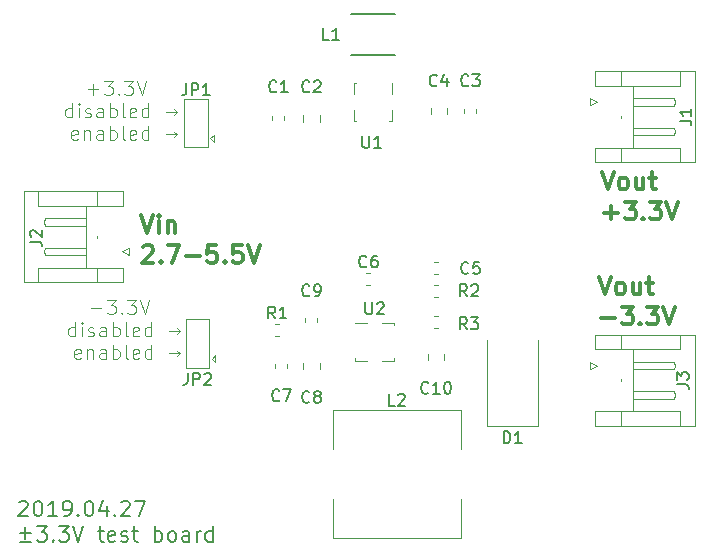
<source format=gto>
G04 #@! TF.GenerationSoftware,KiCad,Pcbnew,(5.0.0)*
G04 #@! TF.CreationDate,2019-04-27T15:16:20+09:00*
G04 #@! TF.ProjectId,Power_supply_circuit,506F7765725F737570706C795F636972,rev?*
G04 #@! TF.SameCoordinates,Original*
G04 #@! TF.FileFunction,Legend,Top*
G04 #@! TF.FilePolarity,Positive*
%FSLAX46Y46*%
G04 Gerber Fmt 4.6, Leading zero omitted, Abs format (unit mm)*
G04 Created by KiCad (PCBNEW (5.0.0)) date 04/27/19 15:16:20*
%MOMM*%
%LPD*%
G01*
G04 APERTURE LIST*
%ADD10C,0.200000*%
%ADD11C,0.100000*%
%ADD12C,0.300000*%
%ADD13C,0.120000*%
%ADD14C,0.150000*%
G04 APERTURE END LIST*
D10*
X56257619Y-112636904D02*
X56319523Y-112575000D01*
X56443333Y-112513095D01*
X56752857Y-112513095D01*
X56876666Y-112575000D01*
X56938571Y-112636904D01*
X57000476Y-112760714D01*
X57000476Y-112884523D01*
X56938571Y-113070238D01*
X56195714Y-113813095D01*
X57000476Y-113813095D01*
X57805238Y-112513095D02*
X57929047Y-112513095D01*
X58052857Y-112575000D01*
X58114761Y-112636904D01*
X58176666Y-112760714D01*
X58238571Y-113008333D01*
X58238571Y-113317857D01*
X58176666Y-113565476D01*
X58114761Y-113689285D01*
X58052857Y-113751190D01*
X57929047Y-113813095D01*
X57805238Y-113813095D01*
X57681428Y-113751190D01*
X57619523Y-113689285D01*
X57557619Y-113565476D01*
X57495714Y-113317857D01*
X57495714Y-113008333D01*
X57557619Y-112760714D01*
X57619523Y-112636904D01*
X57681428Y-112575000D01*
X57805238Y-112513095D01*
X59476666Y-113813095D02*
X58733809Y-113813095D01*
X59105238Y-113813095D02*
X59105238Y-112513095D01*
X58981428Y-112698809D01*
X58857619Y-112822619D01*
X58733809Y-112884523D01*
X60095714Y-113813095D02*
X60343333Y-113813095D01*
X60467142Y-113751190D01*
X60529047Y-113689285D01*
X60652857Y-113503571D01*
X60714761Y-113255952D01*
X60714761Y-112760714D01*
X60652857Y-112636904D01*
X60590952Y-112575000D01*
X60467142Y-112513095D01*
X60219523Y-112513095D01*
X60095714Y-112575000D01*
X60033809Y-112636904D01*
X59971904Y-112760714D01*
X59971904Y-113070238D01*
X60033809Y-113194047D01*
X60095714Y-113255952D01*
X60219523Y-113317857D01*
X60467142Y-113317857D01*
X60590952Y-113255952D01*
X60652857Y-113194047D01*
X60714761Y-113070238D01*
X61271904Y-113689285D02*
X61333809Y-113751190D01*
X61271904Y-113813095D01*
X61210000Y-113751190D01*
X61271904Y-113689285D01*
X61271904Y-113813095D01*
X62138571Y-112513095D02*
X62262380Y-112513095D01*
X62386190Y-112575000D01*
X62448095Y-112636904D01*
X62510000Y-112760714D01*
X62571904Y-113008333D01*
X62571904Y-113317857D01*
X62510000Y-113565476D01*
X62448095Y-113689285D01*
X62386190Y-113751190D01*
X62262380Y-113813095D01*
X62138571Y-113813095D01*
X62014761Y-113751190D01*
X61952857Y-113689285D01*
X61890952Y-113565476D01*
X61829047Y-113317857D01*
X61829047Y-113008333D01*
X61890952Y-112760714D01*
X61952857Y-112636904D01*
X62014761Y-112575000D01*
X62138571Y-112513095D01*
X63686190Y-112946428D02*
X63686190Y-113813095D01*
X63376666Y-112451190D02*
X63067142Y-113379761D01*
X63871904Y-113379761D01*
X64367142Y-113689285D02*
X64429047Y-113751190D01*
X64367142Y-113813095D01*
X64305238Y-113751190D01*
X64367142Y-113689285D01*
X64367142Y-113813095D01*
X64924285Y-112636904D02*
X64986190Y-112575000D01*
X65110000Y-112513095D01*
X65419523Y-112513095D01*
X65543333Y-112575000D01*
X65605238Y-112636904D01*
X65667142Y-112760714D01*
X65667142Y-112884523D01*
X65605238Y-113070238D01*
X64862380Y-113813095D01*
X65667142Y-113813095D01*
X66100476Y-112513095D02*
X66967142Y-112513095D01*
X66410000Y-113813095D01*
X56319523Y-115220238D02*
X57310000Y-115220238D01*
X56814761Y-115715476D02*
X56814761Y-114725000D01*
X57310000Y-115963095D02*
X56319523Y-115963095D01*
X57805238Y-114663095D02*
X58610000Y-114663095D01*
X58176666Y-115158333D01*
X58362380Y-115158333D01*
X58486190Y-115220238D01*
X58548095Y-115282142D01*
X58610000Y-115405952D01*
X58610000Y-115715476D01*
X58548095Y-115839285D01*
X58486190Y-115901190D01*
X58362380Y-115963095D01*
X57990952Y-115963095D01*
X57867142Y-115901190D01*
X57805238Y-115839285D01*
X59167142Y-115839285D02*
X59229047Y-115901190D01*
X59167142Y-115963095D01*
X59105238Y-115901190D01*
X59167142Y-115839285D01*
X59167142Y-115963095D01*
X59662380Y-114663095D02*
X60467142Y-114663095D01*
X60033809Y-115158333D01*
X60219523Y-115158333D01*
X60343333Y-115220238D01*
X60405238Y-115282142D01*
X60467142Y-115405952D01*
X60467142Y-115715476D01*
X60405238Y-115839285D01*
X60343333Y-115901190D01*
X60219523Y-115963095D01*
X59848095Y-115963095D01*
X59724285Y-115901190D01*
X59662380Y-115839285D01*
X60838571Y-114663095D02*
X61271904Y-115963095D01*
X61705238Y-114663095D01*
X62943333Y-115096428D02*
X63438571Y-115096428D01*
X63129047Y-114663095D02*
X63129047Y-115777380D01*
X63190952Y-115901190D01*
X63314761Y-115963095D01*
X63438571Y-115963095D01*
X64367142Y-115901190D02*
X64243333Y-115963095D01*
X63995714Y-115963095D01*
X63871904Y-115901190D01*
X63810000Y-115777380D01*
X63810000Y-115282142D01*
X63871904Y-115158333D01*
X63995714Y-115096428D01*
X64243333Y-115096428D01*
X64367142Y-115158333D01*
X64429047Y-115282142D01*
X64429047Y-115405952D01*
X63810000Y-115529761D01*
X64924285Y-115901190D02*
X65048095Y-115963095D01*
X65295714Y-115963095D01*
X65419523Y-115901190D01*
X65481428Y-115777380D01*
X65481428Y-115715476D01*
X65419523Y-115591666D01*
X65295714Y-115529761D01*
X65110000Y-115529761D01*
X64986190Y-115467857D01*
X64924285Y-115344047D01*
X64924285Y-115282142D01*
X64986190Y-115158333D01*
X65110000Y-115096428D01*
X65295714Y-115096428D01*
X65419523Y-115158333D01*
X65852857Y-115096428D02*
X66348095Y-115096428D01*
X66038571Y-114663095D02*
X66038571Y-115777380D01*
X66100476Y-115901190D01*
X66224285Y-115963095D01*
X66348095Y-115963095D01*
X67771904Y-115963095D02*
X67771904Y-114663095D01*
X67771904Y-115158333D02*
X67895714Y-115096428D01*
X68143333Y-115096428D01*
X68267142Y-115158333D01*
X68329047Y-115220238D01*
X68390952Y-115344047D01*
X68390952Y-115715476D01*
X68329047Y-115839285D01*
X68267142Y-115901190D01*
X68143333Y-115963095D01*
X67895714Y-115963095D01*
X67771904Y-115901190D01*
X69133809Y-115963095D02*
X69010000Y-115901190D01*
X68948095Y-115839285D01*
X68886190Y-115715476D01*
X68886190Y-115344047D01*
X68948095Y-115220238D01*
X69010000Y-115158333D01*
X69133809Y-115096428D01*
X69319523Y-115096428D01*
X69443333Y-115158333D01*
X69505238Y-115220238D01*
X69567142Y-115344047D01*
X69567142Y-115715476D01*
X69505238Y-115839285D01*
X69443333Y-115901190D01*
X69319523Y-115963095D01*
X69133809Y-115963095D01*
X70681428Y-115963095D02*
X70681428Y-115282142D01*
X70619523Y-115158333D01*
X70495714Y-115096428D01*
X70248095Y-115096428D01*
X70124285Y-115158333D01*
X70681428Y-115901190D02*
X70557619Y-115963095D01*
X70248095Y-115963095D01*
X70124285Y-115901190D01*
X70062380Y-115777380D01*
X70062380Y-115653571D01*
X70124285Y-115529761D01*
X70248095Y-115467857D01*
X70557619Y-115467857D01*
X70681428Y-115405952D01*
X71300476Y-115963095D02*
X71300476Y-115096428D01*
X71300476Y-115344047D02*
X71362380Y-115220238D01*
X71424285Y-115158333D01*
X71548095Y-115096428D01*
X71671904Y-115096428D01*
X72662380Y-115963095D02*
X72662380Y-114663095D01*
X72662380Y-115901190D02*
X72538571Y-115963095D01*
X72290952Y-115963095D01*
X72167142Y-115901190D01*
X72105238Y-115839285D01*
X72043333Y-115715476D01*
X72043333Y-115344047D01*
X72105238Y-115220238D01*
X72167142Y-115158333D01*
X72290952Y-115096428D01*
X72538571Y-115096428D01*
X72662380Y-115158333D01*
D11*
X62337428Y-96229714D02*
X63251714Y-96229714D01*
X63708857Y-95486857D02*
X64451714Y-95486857D01*
X64051714Y-95944000D01*
X64223142Y-95944000D01*
X64337428Y-96001142D01*
X64394571Y-96058285D01*
X64451714Y-96172571D01*
X64451714Y-96458285D01*
X64394571Y-96572571D01*
X64337428Y-96629714D01*
X64223142Y-96686857D01*
X63880285Y-96686857D01*
X63766000Y-96629714D01*
X63708857Y-96572571D01*
X64966000Y-96572571D02*
X65023142Y-96629714D01*
X64966000Y-96686857D01*
X64908857Y-96629714D01*
X64966000Y-96572571D01*
X64966000Y-96686857D01*
X65423142Y-95486857D02*
X66166000Y-95486857D01*
X65766000Y-95944000D01*
X65937428Y-95944000D01*
X66051714Y-96001142D01*
X66108857Y-96058285D01*
X66166000Y-96172571D01*
X66166000Y-96458285D01*
X66108857Y-96572571D01*
X66051714Y-96629714D01*
X65937428Y-96686857D01*
X65594571Y-96686857D01*
X65480285Y-96629714D01*
X65423142Y-96572571D01*
X66508857Y-95486857D02*
X66908857Y-96686857D01*
X67308857Y-95486857D01*
X61023142Y-98586857D02*
X61023142Y-97386857D01*
X61023142Y-98529714D02*
X60908857Y-98586857D01*
X60680285Y-98586857D01*
X60566000Y-98529714D01*
X60508857Y-98472571D01*
X60451714Y-98358285D01*
X60451714Y-98015428D01*
X60508857Y-97901142D01*
X60566000Y-97844000D01*
X60680285Y-97786857D01*
X60908857Y-97786857D01*
X61023142Y-97844000D01*
X61594571Y-98586857D02*
X61594571Y-97786857D01*
X61594571Y-97386857D02*
X61537428Y-97444000D01*
X61594571Y-97501142D01*
X61651714Y-97444000D01*
X61594571Y-97386857D01*
X61594571Y-97501142D01*
X62108857Y-98529714D02*
X62223142Y-98586857D01*
X62451714Y-98586857D01*
X62566000Y-98529714D01*
X62623142Y-98415428D01*
X62623142Y-98358285D01*
X62566000Y-98244000D01*
X62451714Y-98186857D01*
X62280285Y-98186857D01*
X62166000Y-98129714D01*
X62108857Y-98015428D01*
X62108857Y-97958285D01*
X62166000Y-97844000D01*
X62280285Y-97786857D01*
X62451714Y-97786857D01*
X62566000Y-97844000D01*
X63651714Y-98586857D02*
X63651714Y-97958285D01*
X63594571Y-97844000D01*
X63480285Y-97786857D01*
X63251714Y-97786857D01*
X63137428Y-97844000D01*
X63651714Y-98529714D02*
X63537428Y-98586857D01*
X63251714Y-98586857D01*
X63137428Y-98529714D01*
X63080285Y-98415428D01*
X63080285Y-98301142D01*
X63137428Y-98186857D01*
X63251714Y-98129714D01*
X63537428Y-98129714D01*
X63651714Y-98072571D01*
X64223142Y-98586857D02*
X64223142Y-97386857D01*
X64223142Y-97844000D02*
X64337428Y-97786857D01*
X64566000Y-97786857D01*
X64680285Y-97844000D01*
X64737428Y-97901142D01*
X64794571Y-98015428D01*
X64794571Y-98358285D01*
X64737428Y-98472571D01*
X64680285Y-98529714D01*
X64566000Y-98586857D01*
X64337428Y-98586857D01*
X64223142Y-98529714D01*
X65480285Y-98586857D02*
X65366000Y-98529714D01*
X65308857Y-98415428D01*
X65308857Y-97386857D01*
X66394571Y-98529714D02*
X66280285Y-98586857D01*
X66051714Y-98586857D01*
X65937428Y-98529714D01*
X65880285Y-98415428D01*
X65880285Y-97958285D01*
X65937428Y-97844000D01*
X66051714Y-97786857D01*
X66280285Y-97786857D01*
X66394571Y-97844000D01*
X66451714Y-97958285D01*
X66451714Y-98072571D01*
X65880285Y-98186857D01*
X67480285Y-98586857D02*
X67480285Y-97386857D01*
X67480285Y-98529714D02*
X67366000Y-98586857D01*
X67137428Y-98586857D01*
X67023142Y-98529714D01*
X66966000Y-98472571D01*
X66908857Y-98358285D01*
X66908857Y-98015428D01*
X66966000Y-97901142D01*
X67023142Y-97844000D01*
X67137428Y-97786857D01*
X67366000Y-97786857D01*
X67480285Y-97844000D01*
X68966000Y-98129714D02*
X69880285Y-98129714D01*
X69651714Y-98358285D02*
X69880285Y-98129714D01*
X69651714Y-97901142D01*
X61480285Y-100429714D02*
X61366000Y-100486857D01*
X61137428Y-100486857D01*
X61023142Y-100429714D01*
X60966000Y-100315428D01*
X60966000Y-99858285D01*
X61023142Y-99744000D01*
X61137428Y-99686857D01*
X61366000Y-99686857D01*
X61480285Y-99744000D01*
X61537428Y-99858285D01*
X61537428Y-99972571D01*
X60966000Y-100086857D01*
X62051714Y-99686857D02*
X62051714Y-100486857D01*
X62051714Y-99801142D02*
X62108857Y-99744000D01*
X62223142Y-99686857D01*
X62394571Y-99686857D01*
X62508857Y-99744000D01*
X62566000Y-99858285D01*
X62566000Y-100486857D01*
X63651714Y-100486857D02*
X63651714Y-99858285D01*
X63594571Y-99744000D01*
X63480285Y-99686857D01*
X63251714Y-99686857D01*
X63137428Y-99744000D01*
X63651714Y-100429714D02*
X63537428Y-100486857D01*
X63251714Y-100486857D01*
X63137428Y-100429714D01*
X63080285Y-100315428D01*
X63080285Y-100201142D01*
X63137428Y-100086857D01*
X63251714Y-100029714D01*
X63537428Y-100029714D01*
X63651714Y-99972571D01*
X64223142Y-100486857D02*
X64223142Y-99286857D01*
X64223142Y-99744000D02*
X64337428Y-99686857D01*
X64566000Y-99686857D01*
X64680285Y-99744000D01*
X64737428Y-99801142D01*
X64794571Y-99915428D01*
X64794571Y-100258285D01*
X64737428Y-100372571D01*
X64680285Y-100429714D01*
X64566000Y-100486857D01*
X64337428Y-100486857D01*
X64223142Y-100429714D01*
X65480285Y-100486857D02*
X65366000Y-100429714D01*
X65308857Y-100315428D01*
X65308857Y-99286857D01*
X66394571Y-100429714D02*
X66280285Y-100486857D01*
X66051714Y-100486857D01*
X65937428Y-100429714D01*
X65880285Y-100315428D01*
X65880285Y-99858285D01*
X65937428Y-99744000D01*
X66051714Y-99686857D01*
X66280285Y-99686857D01*
X66394571Y-99744000D01*
X66451714Y-99858285D01*
X66451714Y-99972571D01*
X65880285Y-100086857D01*
X67480285Y-100486857D02*
X67480285Y-99286857D01*
X67480285Y-100429714D02*
X67366000Y-100486857D01*
X67137428Y-100486857D01*
X67023142Y-100429714D01*
X66966000Y-100372571D01*
X66908857Y-100258285D01*
X66908857Y-99915428D01*
X66966000Y-99801142D01*
X67023142Y-99744000D01*
X67137428Y-99686857D01*
X67366000Y-99686857D01*
X67480285Y-99744000D01*
X68966000Y-100029714D02*
X69880285Y-100029714D01*
X69651714Y-100258285D02*
X69880285Y-100029714D01*
X69651714Y-99801142D01*
X62083428Y-77687714D02*
X62997714Y-77687714D01*
X62540571Y-78144857D02*
X62540571Y-77230571D01*
X63454857Y-76944857D02*
X64197714Y-76944857D01*
X63797714Y-77402000D01*
X63969142Y-77402000D01*
X64083428Y-77459142D01*
X64140571Y-77516285D01*
X64197714Y-77630571D01*
X64197714Y-77916285D01*
X64140571Y-78030571D01*
X64083428Y-78087714D01*
X63969142Y-78144857D01*
X63626285Y-78144857D01*
X63512000Y-78087714D01*
X63454857Y-78030571D01*
X64712000Y-78030571D02*
X64769142Y-78087714D01*
X64712000Y-78144857D01*
X64654857Y-78087714D01*
X64712000Y-78030571D01*
X64712000Y-78144857D01*
X65169142Y-76944857D02*
X65912000Y-76944857D01*
X65512000Y-77402000D01*
X65683428Y-77402000D01*
X65797714Y-77459142D01*
X65854857Y-77516285D01*
X65912000Y-77630571D01*
X65912000Y-77916285D01*
X65854857Y-78030571D01*
X65797714Y-78087714D01*
X65683428Y-78144857D01*
X65340571Y-78144857D01*
X65226285Y-78087714D01*
X65169142Y-78030571D01*
X66254857Y-76944857D02*
X66654857Y-78144857D01*
X67054857Y-76944857D01*
X60769142Y-80044857D02*
X60769142Y-78844857D01*
X60769142Y-79987714D02*
X60654857Y-80044857D01*
X60426285Y-80044857D01*
X60312000Y-79987714D01*
X60254857Y-79930571D01*
X60197714Y-79816285D01*
X60197714Y-79473428D01*
X60254857Y-79359142D01*
X60312000Y-79302000D01*
X60426285Y-79244857D01*
X60654857Y-79244857D01*
X60769142Y-79302000D01*
X61340571Y-80044857D02*
X61340571Y-79244857D01*
X61340571Y-78844857D02*
X61283428Y-78902000D01*
X61340571Y-78959142D01*
X61397714Y-78902000D01*
X61340571Y-78844857D01*
X61340571Y-78959142D01*
X61854857Y-79987714D02*
X61969142Y-80044857D01*
X62197714Y-80044857D01*
X62312000Y-79987714D01*
X62369142Y-79873428D01*
X62369142Y-79816285D01*
X62312000Y-79702000D01*
X62197714Y-79644857D01*
X62026285Y-79644857D01*
X61912000Y-79587714D01*
X61854857Y-79473428D01*
X61854857Y-79416285D01*
X61912000Y-79302000D01*
X62026285Y-79244857D01*
X62197714Y-79244857D01*
X62312000Y-79302000D01*
X63397714Y-80044857D02*
X63397714Y-79416285D01*
X63340571Y-79302000D01*
X63226285Y-79244857D01*
X62997714Y-79244857D01*
X62883428Y-79302000D01*
X63397714Y-79987714D02*
X63283428Y-80044857D01*
X62997714Y-80044857D01*
X62883428Y-79987714D01*
X62826285Y-79873428D01*
X62826285Y-79759142D01*
X62883428Y-79644857D01*
X62997714Y-79587714D01*
X63283428Y-79587714D01*
X63397714Y-79530571D01*
X63969142Y-80044857D02*
X63969142Y-78844857D01*
X63969142Y-79302000D02*
X64083428Y-79244857D01*
X64312000Y-79244857D01*
X64426285Y-79302000D01*
X64483428Y-79359142D01*
X64540571Y-79473428D01*
X64540571Y-79816285D01*
X64483428Y-79930571D01*
X64426285Y-79987714D01*
X64312000Y-80044857D01*
X64083428Y-80044857D01*
X63969142Y-79987714D01*
X65226285Y-80044857D02*
X65112000Y-79987714D01*
X65054857Y-79873428D01*
X65054857Y-78844857D01*
X66140571Y-79987714D02*
X66026285Y-80044857D01*
X65797714Y-80044857D01*
X65683428Y-79987714D01*
X65626285Y-79873428D01*
X65626285Y-79416285D01*
X65683428Y-79302000D01*
X65797714Y-79244857D01*
X66026285Y-79244857D01*
X66140571Y-79302000D01*
X66197714Y-79416285D01*
X66197714Y-79530571D01*
X65626285Y-79644857D01*
X67226285Y-80044857D02*
X67226285Y-78844857D01*
X67226285Y-79987714D02*
X67112000Y-80044857D01*
X66883428Y-80044857D01*
X66769142Y-79987714D01*
X66712000Y-79930571D01*
X66654857Y-79816285D01*
X66654857Y-79473428D01*
X66712000Y-79359142D01*
X66769142Y-79302000D01*
X66883428Y-79244857D01*
X67112000Y-79244857D01*
X67226285Y-79302000D01*
X68712000Y-79587714D02*
X69626285Y-79587714D01*
X69397714Y-79816285D02*
X69626285Y-79587714D01*
X69397714Y-79359142D01*
X61226285Y-81887714D02*
X61112000Y-81944857D01*
X60883428Y-81944857D01*
X60769142Y-81887714D01*
X60712000Y-81773428D01*
X60712000Y-81316285D01*
X60769142Y-81202000D01*
X60883428Y-81144857D01*
X61112000Y-81144857D01*
X61226285Y-81202000D01*
X61283428Y-81316285D01*
X61283428Y-81430571D01*
X60712000Y-81544857D01*
X61797714Y-81144857D02*
X61797714Y-81944857D01*
X61797714Y-81259142D02*
X61854857Y-81202000D01*
X61969142Y-81144857D01*
X62140571Y-81144857D01*
X62254857Y-81202000D01*
X62312000Y-81316285D01*
X62312000Y-81944857D01*
X63397714Y-81944857D02*
X63397714Y-81316285D01*
X63340571Y-81202000D01*
X63226285Y-81144857D01*
X62997714Y-81144857D01*
X62883428Y-81202000D01*
X63397714Y-81887714D02*
X63283428Y-81944857D01*
X62997714Y-81944857D01*
X62883428Y-81887714D01*
X62826285Y-81773428D01*
X62826285Y-81659142D01*
X62883428Y-81544857D01*
X62997714Y-81487714D01*
X63283428Y-81487714D01*
X63397714Y-81430571D01*
X63969142Y-81944857D02*
X63969142Y-80744857D01*
X63969142Y-81202000D02*
X64083428Y-81144857D01*
X64312000Y-81144857D01*
X64426285Y-81202000D01*
X64483428Y-81259142D01*
X64540571Y-81373428D01*
X64540571Y-81716285D01*
X64483428Y-81830571D01*
X64426285Y-81887714D01*
X64312000Y-81944857D01*
X64083428Y-81944857D01*
X63969142Y-81887714D01*
X65226285Y-81944857D02*
X65112000Y-81887714D01*
X65054857Y-81773428D01*
X65054857Y-80744857D01*
X66140571Y-81887714D02*
X66026285Y-81944857D01*
X65797714Y-81944857D01*
X65683428Y-81887714D01*
X65626285Y-81773428D01*
X65626285Y-81316285D01*
X65683428Y-81202000D01*
X65797714Y-81144857D01*
X66026285Y-81144857D01*
X66140571Y-81202000D01*
X66197714Y-81316285D01*
X66197714Y-81430571D01*
X65626285Y-81544857D01*
X67226285Y-81944857D02*
X67226285Y-80744857D01*
X67226285Y-81887714D02*
X67112000Y-81944857D01*
X66883428Y-81944857D01*
X66769142Y-81887714D01*
X66712000Y-81830571D01*
X66654857Y-81716285D01*
X66654857Y-81373428D01*
X66712000Y-81259142D01*
X66769142Y-81202000D01*
X66883428Y-81144857D01*
X67112000Y-81144857D01*
X67226285Y-81202000D01*
X68712000Y-81487714D02*
X69626285Y-81487714D01*
X69397714Y-81716285D02*
X69626285Y-81487714D01*
X69397714Y-81259142D01*
D12*
X105366857Y-93534571D02*
X105866857Y-95034571D01*
X106366857Y-93534571D01*
X107081142Y-95034571D02*
X106938285Y-94963142D01*
X106866857Y-94891714D01*
X106795428Y-94748857D01*
X106795428Y-94320285D01*
X106866857Y-94177428D01*
X106938285Y-94106000D01*
X107081142Y-94034571D01*
X107295428Y-94034571D01*
X107438285Y-94106000D01*
X107509714Y-94177428D01*
X107581142Y-94320285D01*
X107581142Y-94748857D01*
X107509714Y-94891714D01*
X107438285Y-94963142D01*
X107295428Y-95034571D01*
X107081142Y-95034571D01*
X108866857Y-94034571D02*
X108866857Y-95034571D01*
X108224000Y-94034571D02*
X108224000Y-94820285D01*
X108295428Y-94963142D01*
X108438285Y-95034571D01*
X108652571Y-95034571D01*
X108795428Y-94963142D01*
X108866857Y-94891714D01*
X109366857Y-94034571D02*
X109938285Y-94034571D01*
X109581142Y-93534571D02*
X109581142Y-94820285D01*
X109652571Y-94963142D01*
X109795428Y-95034571D01*
X109938285Y-95034571D01*
X105581142Y-97013142D02*
X106724000Y-97013142D01*
X107295428Y-96084571D02*
X108224000Y-96084571D01*
X107724000Y-96656000D01*
X107938285Y-96656000D01*
X108081142Y-96727428D01*
X108152571Y-96798857D01*
X108224000Y-96941714D01*
X108224000Y-97298857D01*
X108152571Y-97441714D01*
X108081142Y-97513142D01*
X107938285Y-97584571D01*
X107509714Y-97584571D01*
X107366857Y-97513142D01*
X107295428Y-97441714D01*
X108866857Y-97441714D02*
X108938285Y-97513142D01*
X108866857Y-97584571D01*
X108795428Y-97513142D01*
X108866857Y-97441714D01*
X108866857Y-97584571D01*
X109438285Y-96084571D02*
X110366857Y-96084571D01*
X109866857Y-96656000D01*
X110081142Y-96656000D01*
X110224000Y-96727428D01*
X110295428Y-96798857D01*
X110366857Y-96941714D01*
X110366857Y-97298857D01*
X110295428Y-97441714D01*
X110224000Y-97513142D01*
X110081142Y-97584571D01*
X109652571Y-97584571D01*
X109509714Y-97513142D01*
X109438285Y-97441714D01*
X110795428Y-96084571D02*
X111295428Y-97584571D01*
X111795428Y-96084571D01*
X105620857Y-84644571D02*
X106120857Y-86144571D01*
X106620857Y-84644571D01*
X107335142Y-86144571D02*
X107192285Y-86073142D01*
X107120857Y-86001714D01*
X107049428Y-85858857D01*
X107049428Y-85430285D01*
X107120857Y-85287428D01*
X107192285Y-85216000D01*
X107335142Y-85144571D01*
X107549428Y-85144571D01*
X107692285Y-85216000D01*
X107763714Y-85287428D01*
X107835142Y-85430285D01*
X107835142Y-85858857D01*
X107763714Y-86001714D01*
X107692285Y-86073142D01*
X107549428Y-86144571D01*
X107335142Y-86144571D01*
X109120857Y-85144571D02*
X109120857Y-86144571D01*
X108478000Y-85144571D02*
X108478000Y-85930285D01*
X108549428Y-86073142D01*
X108692285Y-86144571D01*
X108906571Y-86144571D01*
X109049428Y-86073142D01*
X109120857Y-86001714D01*
X109620857Y-85144571D02*
X110192285Y-85144571D01*
X109835142Y-84644571D02*
X109835142Y-85930285D01*
X109906571Y-86073142D01*
X110049428Y-86144571D01*
X110192285Y-86144571D01*
X105835142Y-88123142D02*
X106978000Y-88123142D01*
X106406571Y-88694571D02*
X106406571Y-87551714D01*
X107549428Y-87194571D02*
X108478000Y-87194571D01*
X107978000Y-87766000D01*
X108192285Y-87766000D01*
X108335142Y-87837428D01*
X108406571Y-87908857D01*
X108478000Y-88051714D01*
X108478000Y-88408857D01*
X108406571Y-88551714D01*
X108335142Y-88623142D01*
X108192285Y-88694571D01*
X107763714Y-88694571D01*
X107620857Y-88623142D01*
X107549428Y-88551714D01*
X109120857Y-88551714D02*
X109192285Y-88623142D01*
X109120857Y-88694571D01*
X109049428Y-88623142D01*
X109120857Y-88551714D01*
X109120857Y-88694571D01*
X109692285Y-87194571D02*
X110620857Y-87194571D01*
X110120857Y-87766000D01*
X110335142Y-87766000D01*
X110478000Y-87837428D01*
X110549428Y-87908857D01*
X110620857Y-88051714D01*
X110620857Y-88408857D01*
X110549428Y-88551714D01*
X110478000Y-88623142D01*
X110335142Y-88694571D01*
X109906571Y-88694571D01*
X109763714Y-88623142D01*
X109692285Y-88551714D01*
X111049428Y-87194571D02*
X111549428Y-88694571D01*
X112049428Y-87194571D01*
X66631857Y-88327571D02*
X67131857Y-89827571D01*
X67631857Y-88327571D01*
X68131857Y-89827571D02*
X68131857Y-88827571D01*
X68131857Y-88327571D02*
X68060428Y-88399000D01*
X68131857Y-88470428D01*
X68203285Y-88399000D01*
X68131857Y-88327571D01*
X68131857Y-88470428D01*
X68846142Y-88827571D02*
X68846142Y-89827571D01*
X68846142Y-88970428D02*
X68917571Y-88899000D01*
X69060428Y-88827571D01*
X69274714Y-88827571D01*
X69417571Y-88899000D01*
X69489000Y-89041857D01*
X69489000Y-89827571D01*
X66774714Y-91020428D02*
X66846142Y-90949000D01*
X66989000Y-90877571D01*
X67346142Y-90877571D01*
X67489000Y-90949000D01*
X67560428Y-91020428D01*
X67631857Y-91163285D01*
X67631857Y-91306142D01*
X67560428Y-91520428D01*
X66703285Y-92377571D01*
X67631857Y-92377571D01*
X68274714Y-92234714D02*
X68346142Y-92306142D01*
X68274714Y-92377571D01*
X68203285Y-92306142D01*
X68274714Y-92234714D01*
X68274714Y-92377571D01*
X68846142Y-90877571D02*
X69846142Y-90877571D01*
X69203285Y-92377571D01*
X70417571Y-91806142D02*
X71560428Y-91806142D01*
X72989000Y-90877571D02*
X72274714Y-90877571D01*
X72203285Y-91591857D01*
X72274714Y-91520428D01*
X72417571Y-91449000D01*
X72774714Y-91449000D01*
X72917571Y-91520428D01*
X72989000Y-91591857D01*
X73060428Y-91734714D01*
X73060428Y-92091857D01*
X72989000Y-92234714D01*
X72917571Y-92306142D01*
X72774714Y-92377571D01*
X72417571Y-92377571D01*
X72274714Y-92306142D01*
X72203285Y-92234714D01*
X73703285Y-92234714D02*
X73774714Y-92306142D01*
X73703285Y-92377571D01*
X73631857Y-92306142D01*
X73703285Y-92234714D01*
X73703285Y-92377571D01*
X75131857Y-90877571D02*
X74417571Y-90877571D01*
X74346142Y-91591857D01*
X74417571Y-91520428D01*
X74560428Y-91449000D01*
X74917571Y-91449000D01*
X75060428Y-91520428D01*
X75131857Y-91591857D01*
X75203285Y-91734714D01*
X75203285Y-92091857D01*
X75131857Y-92234714D01*
X75060428Y-92306142D01*
X74917571Y-92377571D01*
X74560428Y-92377571D01*
X74417571Y-92306142D01*
X74346142Y-92234714D01*
X75631857Y-90877571D02*
X76131857Y-92377571D01*
X76631857Y-90877571D01*
D13*
G04 #@! TO.C,L2*
X93650000Y-108100000D02*
X93650000Y-104850000D01*
X93650000Y-104850000D02*
X82850000Y-104850000D01*
X82850000Y-104850000D02*
X82850000Y-108100000D01*
X93650000Y-112400000D02*
X93650000Y-115650000D01*
X93650000Y-115650000D02*
X82850000Y-115650000D01*
X82850000Y-115650000D02*
X82850000Y-112400000D01*
G04 #@! TO.C,C3*
X94998000Y-79673267D02*
X94998000Y-79330733D01*
X93978000Y-79673267D02*
X93978000Y-79330733D01*
G04 #@! TO.C,C5*
X91738267Y-93347000D02*
X91395733Y-93347000D01*
X91738267Y-92327000D02*
X91395733Y-92327000D01*
G04 #@! TO.C,C6*
X85680733Y-94236000D02*
X86023267Y-94236000D01*
X85680733Y-93216000D02*
X86023267Y-93216000D01*
G04 #@! TO.C,C7*
X78996000Y-100920733D02*
X78996000Y-101263267D01*
X77976000Y-100920733D02*
X77976000Y-101263267D01*
G04 #@! TO.C,C9*
X81536000Y-97340267D02*
X81536000Y-96997733D01*
X80516000Y-97340267D02*
X80516000Y-96997733D01*
G04 #@! TO.C,C1*
X77722000Y-80308267D02*
X77722000Y-79965733D01*
X78742000Y-80308267D02*
X78742000Y-79965733D01*
G04 #@! TO.C,C2*
X81736000Y-80407252D02*
X81736000Y-79884748D01*
X80316000Y-80407252D02*
X80316000Y-79884748D01*
G04 #@! TO.C,C4*
X91111000Y-79772252D02*
X91111000Y-79249748D01*
X92531000Y-79772252D02*
X92531000Y-79249748D01*
G04 #@! TO.C,C8*
X80316000Y-100830748D02*
X80316000Y-101353252D01*
X81736000Y-100830748D02*
X81736000Y-101353252D01*
G04 #@! TO.C,C10*
X92277000Y-100068748D02*
X92277000Y-100591252D01*
X90857000Y-100068748D02*
X90857000Y-100591252D01*
G04 #@! TO.C,J3*
X107270000Y-99670000D02*
X105070000Y-99670000D01*
X105070000Y-99670000D02*
X105070000Y-98450000D01*
X105070000Y-98450000D02*
X113490000Y-98450000D01*
X113490000Y-98450000D02*
X113490000Y-106170000D01*
X113490000Y-106170000D02*
X105070000Y-106170000D01*
X105070000Y-106170000D02*
X105070000Y-104950000D01*
X105070000Y-104950000D02*
X107270000Y-104950000D01*
X112270000Y-98450000D02*
X112270000Y-99670000D01*
X112270000Y-99670000D02*
X107270000Y-99670000D01*
X107270000Y-99670000D02*
X107270000Y-98450000D01*
X112270000Y-106170000D02*
X112270000Y-104950000D01*
X112270000Y-104950000D02*
X107270000Y-104950000D01*
X107270000Y-104950000D02*
X107270000Y-106170000D01*
X108270000Y-99670000D02*
X108270000Y-104950000D01*
X108270000Y-101060000D02*
X108270000Y-100740000D01*
X108270000Y-100740000D02*
X111690000Y-100740000D01*
X111690000Y-100740000D02*
X111770000Y-101060000D01*
X111770000Y-101060000D02*
X111690000Y-101380000D01*
X111690000Y-101380000D02*
X108270000Y-101380000D01*
X108270000Y-101380000D02*
X108270000Y-101060000D01*
X107270000Y-102230000D02*
X107270000Y-102390000D01*
X108270000Y-103560000D02*
X108270000Y-103240000D01*
X108270000Y-103240000D02*
X111690000Y-103240000D01*
X111690000Y-103240000D02*
X111770000Y-103560000D01*
X111770000Y-103560000D02*
X111690000Y-103880000D01*
X111690000Y-103880000D02*
X108270000Y-103880000D01*
X108270000Y-103880000D02*
X108270000Y-103560000D01*
X105180000Y-101060000D02*
X104580000Y-100760000D01*
X104580000Y-100760000D02*
X104580000Y-101360000D01*
X104580000Y-101360000D02*
X105180000Y-101060000D01*
G04 #@! TO.C,J1*
X104580000Y-79040000D02*
X105180000Y-78740000D01*
X104580000Y-78440000D02*
X104580000Y-79040000D01*
X105180000Y-78740000D02*
X104580000Y-78440000D01*
X108270000Y-81560000D02*
X108270000Y-81240000D01*
X111690000Y-81560000D02*
X108270000Y-81560000D01*
X111770000Y-81240000D02*
X111690000Y-81560000D01*
X111690000Y-80920000D02*
X111770000Y-81240000D01*
X108270000Y-80920000D02*
X111690000Y-80920000D01*
X108270000Y-81240000D02*
X108270000Y-80920000D01*
X107270000Y-79910000D02*
X107270000Y-80070000D01*
X108270000Y-79060000D02*
X108270000Y-78740000D01*
X111690000Y-79060000D02*
X108270000Y-79060000D01*
X111770000Y-78740000D02*
X111690000Y-79060000D01*
X111690000Y-78420000D02*
X111770000Y-78740000D01*
X108270000Y-78420000D02*
X111690000Y-78420000D01*
X108270000Y-78740000D02*
X108270000Y-78420000D01*
X108270000Y-77350000D02*
X108270000Y-82630000D01*
X107270000Y-82630000D02*
X107270000Y-83850000D01*
X112270000Y-82630000D02*
X107270000Y-82630000D01*
X112270000Y-83850000D02*
X112270000Y-82630000D01*
X107270000Y-77350000D02*
X107270000Y-76130000D01*
X112270000Y-77350000D02*
X107270000Y-77350000D01*
X112270000Y-76130000D02*
X112270000Y-77350000D01*
X105070000Y-82630000D02*
X107270000Y-82630000D01*
X105070000Y-83850000D02*
X105070000Y-82630000D01*
X113490000Y-83850000D02*
X105070000Y-83850000D01*
X113490000Y-76130000D02*
X113490000Y-83850000D01*
X105070000Y-76130000D02*
X113490000Y-76130000D01*
X105070000Y-77350000D02*
X105070000Y-76130000D01*
X107270000Y-77350000D02*
X105070000Y-77350000D01*
G04 #@! TO.C,J2*
X62910000Y-92790000D02*
X65110000Y-92790000D01*
X65110000Y-92790000D02*
X65110000Y-94010000D01*
X65110000Y-94010000D02*
X56690000Y-94010000D01*
X56690000Y-94010000D02*
X56690000Y-86290000D01*
X56690000Y-86290000D02*
X65110000Y-86290000D01*
X65110000Y-86290000D02*
X65110000Y-87510000D01*
X65110000Y-87510000D02*
X62910000Y-87510000D01*
X57910000Y-94010000D02*
X57910000Y-92790000D01*
X57910000Y-92790000D02*
X62910000Y-92790000D01*
X62910000Y-92790000D02*
X62910000Y-94010000D01*
X57910000Y-86290000D02*
X57910000Y-87510000D01*
X57910000Y-87510000D02*
X62910000Y-87510000D01*
X62910000Y-87510000D02*
X62910000Y-86290000D01*
X61910000Y-92790000D02*
X61910000Y-87510000D01*
X61910000Y-91400000D02*
X61910000Y-91720000D01*
X61910000Y-91720000D02*
X58490000Y-91720000D01*
X58490000Y-91720000D02*
X58410000Y-91400000D01*
X58410000Y-91400000D02*
X58490000Y-91080000D01*
X58490000Y-91080000D02*
X61910000Y-91080000D01*
X61910000Y-91080000D02*
X61910000Y-91400000D01*
X62910000Y-90230000D02*
X62910000Y-90070000D01*
X61910000Y-88900000D02*
X61910000Y-89220000D01*
X61910000Y-89220000D02*
X58490000Y-89220000D01*
X58490000Y-89220000D02*
X58410000Y-88900000D01*
X58410000Y-88900000D02*
X58490000Y-88580000D01*
X58490000Y-88580000D02*
X61910000Y-88580000D01*
X61910000Y-88580000D02*
X61910000Y-88900000D01*
X65000000Y-91400000D02*
X65600000Y-91700000D01*
X65600000Y-91700000D02*
X65600000Y-91100000D01*
X65600000Y-91100000D02*
X65000000Y-91400000D01*
G04 #@! TO.C,D1*
X95894000Y-106200000D02*
X100194000Y-106200000D01*
X100194000Y-106200000D02*
X100194000Y-98900000D01*
X95894000Y-106200000D02*
X95894000Y-98900000D01*
G04 #@! TO.C,JP1*
X70247000Y-82568000D02*
X70247000Y-78468000D01*
X70247000Y-78468000D02*
X72247000Y-78468000D01*
X72247000Y-78468000D02*
X72247000Y-82568000D01*
X72247000Y-82568000D02*
X70247000Y-82568000D01*
X72447000Y-81818000D02*
X72747000Y-82118000D01*
X72747000Y-82118000D02*
X72747000Y-81518000D01*
X72447000Y-81818000D02*
X72747000Y-81518000D01*
G04 #@! TO.C,JP2*
X72574000Y-100487000D02*
X72874000Y-100187000D01*
X72874000Y-100787000D02*
X72874000Y-100187000D01*
X72574000Y-100487000D02*
X72874000Y-100787000D01*
X72374000Y-101237000D02*
X70374000Y-101237000D01*
X72374000Y-97137000D02*
X72374000Y-101237000D01*
X70374000Y-97137000D02*
X72374000Y-97137000D01*
X70374000Y-101237000D02*
X70374000Y-97137000D01*
G04 #@! TO.C,U1*
X84608000Y-77115000D02*
X84833000Y-77115000D01*
X84833000Y-80365000D02*
X84608000Y-80365000D01*
X87633000Y-80365000D02*
X87858000Y-80365000D01*
X84608000Y-77115000D02*
X84608000Y-78090000D01*
X87858000Y-79390000D02*
X87858000Y-80365000D01*
X87858000Y-77115000D02*
X87858000Y-78090000D01*
X84608000Y-79390000D02*
X84608000Y-80365000D01*
G04 #@! TO.C,U2*
X87010000Y-100685000D02*
X87985000Y-100685000D01*
X84735000Y-97435000D02*
X85710000Y-97435000D01*
X87010000Y-97435000D02*
X87985000Y-97435000D01*
X84735000Y-100685000D02*
X85710000Y-100685000D01*
X87985000Y-97660000D02*
X87985000Y-97435000D01*
X87985000Y-100460000D02*
X87985000Y-100685000D01*
X84735000Y-100685000D02*
X84735000Y-100460000D01*
G04 #@! TO.C,R1*
X77947733Y-97534000D02*
X78290267Y-97534000D01*
X77947733Y-98554000D02*
X78290267Y-98554000D01*
G04 #@! TO.C,R2*
X91395733Y-95252000D02*
X91738267Y-95252000D01*
X91395733Y-94232000D02*
X91738267Y-94232000D01*
G04 #@! TO.C,R3*
X91395733Y-96899000D02*
X91738267Y-96899000D01*
X91395733Y-97919000D02*
X91738267Y-97919000D01*
D14*
G04 #@! TO.C,L1*
X88083000Y-74775000D02*
X84383000Y-74775000D01*
X84383000Y-71275000D02*
X88083000Y-71275000D01*
G04 #@! TO.C,L2*
X88083333Y-104452380D02*
X87607142Y-104452380D01*
X87607142Y-103452380D01*
X88369047Y-103547619D02*
X88416666Y-103500000D01*
X88511904Y-103452380D01*
X88750000Y-103452380D01*
X88845238Y-103500000D01*
X88892857Y-103547619D01*
X88940476Y-103642857D01*
X88940476Y-103738095D01*
X88892857Y-103880952D01*
X88321428Y-104452380D01*
X88940476Y-104452380D01*
G04 #@! TO.C,C3*
X94321333Y-77319142D02*
X94273714Y-77366761D01*
X94130857Y-77414380D01*
X94035619Y-77414380D01*
X93892761Y-77366761D01*
X93797523Y-77271523D01*
X93749904Y-77176285D01*
X93702285Y-76985809D01*
X93702285Y-76842952D01*
X93749904Y-76652476D01*
X93797523Y-76557238D01*
X93892761Y-76462000D01*
X94035619Y-76414380D01*
X94130857Y-76414380D01*
X94273714Y-76462000D01*
X94321333Y-76509619D01*
X94654666Y-76414380D02*
X95273714Y-76414380D01*
X94940380Y-76795333D01*
X95083238Y-76795333D01*
X95178476Y-76842952D01*
X95226095Y-76890571D01*
X95273714Y-76985809D01*
X95273714Y-77223904D01*
X95226095Y-77319142D01*
X95178476Y-77366761D01*
X95083238Y-77414380D01*
X94797523Y-77414380D01*
X94702285Y-77366761D01*
X94654666Y-77319142D01*
G04 #@! TO.C,C5*
X94321333Y-93194142D02*
X94273714Y-93241761D01*
X94130857Y-93289380D01*
X94035619Y-93289380D01*
X93892761Y-93241761D01*
X93797523Y-93146523D01*
X93749904Y-93051285D01*
X93702285Y-92860809D01*
X93702285Y-92717952D01*
X93749904Y-92527476D01*
X93797523Y-92432238D01*
X93892761Y-92337000D01*
X94035619Y-92289380D01*
X94130857Y-92289380D01*
X94273714Y-92337000D01*
X94321333Y-92384619D01*
X95226095Y-92289380D02*
X94749904Y-92289380D01*
X94702285Y-92765571D01*
X94749904Y-92717952D01*
X94845142Y-92670333D01*
X95083238Y-92670333D01*
X95178476Y-92717952D01*
X95226095Y-92765571D01*
X95273714Y-92860809D01*
X95273714Y-93098904D01*
X95226095Y-93194142D01*
X95178476Y-93241761D01*
X95083238Y-93289380D01*
X94845142Y-93289380D01*
X94749904Y-93241761D01*
X94702285Y-93194142D01*
G04 #@! TO.C,C6*
X85685333Y-92653142D02*
X85637714Y-92700761D01*
X85494857Y-92748380D01*
X85399619Y-92748380D01*
X85256761Y-92700761D01*
X85161523Y-92605523D01*
X85113904Y-92510285D01*
X85066285Y-92319809D01*
X85066285Y-92176952D01*
X85113904Y-91986476D01*
X85161523Y-91891238D01*
X85256761Y-91796000D01*
X85399619Y-91748380D01*
X85494857Y-91748380D01*
X85637714Y-91796000D01*
X85685333Y-91843619D01*
X86542476Y-91748380D02*
X86352000Y-91748380D01*
X86256761Y-91796000D01*
X86209142Y-91843619D01*
X86113904Y-91986476D01*
X86066285Y-92176952D01*
X86066285Y-92557904D01*
X86113904Y-92653142D01*
X86161523Y-92700761D01*
X86256761Y-92748380D01*
X86447238Y-92748380D01*
X86542476Y-92700761D01*
X86590095Y-92653142D01*
X86637714Y-92557904D01*
X86637714Y-92319809D01*
X86590095Y-92224571D01*
X86542476Y-92176952D01*
X86447238Y-92129333D01*
X86256761Y-92129333D01*
X86161523Y-92176952D01*
X86113904Y-92224571D01*
X86066285Y-92319809D01*
G04 #@! TO.C,C7*
X78319333Y-103989142D02*
X78271714Y-104036761D01*
X78128857Y-104084380D01*
X78033619Y-104084380D01*
X77890761Y-104036761D01*
X77795523Y-103941523D01*
X77747904Y-103846285D01*
X77700285Y-103655809D01*
X77700285Y-103512952D01*
X77747904Y-103322476D01*
X77795523Y-103227238D01*
X77890761Y-103132000D01*
X78033619Y-103084380D01*
X78128857Y-103084380D01*
X78271714Y-103132000D01*
X78319333Y-103179619D01*
X78652666Y-103084380D02*
X79319333Y-103084380D01*
X78890761Y-104084380D01*
G04 #@! TO.C,C9*
X80859333Y-95099142D02*
X80811714Y-95146761D01*
X80668857Y-95194380D01*
X80573619Y-95194380D01*
X80430761Y-95146761D01*
X80335523Y-95051523D01*
X80287904Y-94956285D01*
X80240285Y-94765809D01*
X80240285Y-94622952D01*
X80287904Y-94432476D01*
X80335523Y-94337238D01*
X80430761Y-94242000D01*
X80573619Y-94194380D01*
X80668857Y-94194380D01*
X80811714Y-94242000D01*
X80859333Y-94289619D01*
X81335523Y-95194380D02*
X81526000Y-95194380D01*
X81621238Y-95146761D01*
X81668857Y-95099142D01*
X81764095Y-94956285D01*
X81811714Y-94765809D01*
X81811714Y-94384857D01*
X81764095Y-94289619D01*
X81716476Y-94242000D01*
X81621238Y-94194380D01*
X81430761Y-94194380D01*
X81335523Y-94242000D01*
X81287904Y-94289619D01*
X81240285Y-94384857D01*
X81240285Y-94622952D01*
X81287904Y-94718190D01*
X81335523Y-94765809D01*
X81430761Y-94813428D01*
X81621238Y-94813428D01*
X81716476Y-94765809D01*
X81764095Y-94718190D01*
X81811714Y-94622952D01*
G04 #@! TO.C,C1*
X78065333Y-77827142D02*
X78017714Y-77874761D01*
X77874857Y-77922380D01*
X77779619Y-77922380D01*
X77636761Y-77874761D01*
X77541523Y-77779523D01*
X77493904Y-77684285D01*
X77446285Y-77493809D01*
X77446285Y-77350952D01*
X77493904Y-77160476D01*
X77541523Y-77065238D01*
X77636761Y-76970000D01*
X77779619Y-76922380D01*
X77874857Y-76922380D01*
X78017714Y-76970000D01*
X78065333Y-77017619D01*
X79017714Y-77922380D02*
X78446285Y-77922380D01*
X78732000Y-77922380D02*
X78732000Y-76922380D01*
X78636761Y-77065238D01*
X78541523Y-77160476D01*
X78446285Y-77208095D01*
G04 #@! TO.C,C2*
X80859333Y-77827142D02*
X80811714Y-77874761D01*
X80668857Y-77922380D01*
X80573619Y-77922380D01*
X80430761Y-77874761D01*
X80335523Y-77779523D01*
X80287904Y-77684285D01*
X80240285Y-77493809D01*
X80240285Y-77350952D01*
X80287904Y-77160476D01*
X80335523Y-77065238D01*
X80430761Y-76970000D01*
X80573619Y-76922380D01*
X80668857Y-76922380D01*
X80811714Y-76970000D01*
X80859333Y-77017619D01*
X81240285Y-77017619D02*
X81287904Y-76970000D01*
X81383142Y-76922380D01*
X81621238Y-76922380D01*
X81716476Y-76970000D01*
X81764095Y-77017619D01*
X81811714Y-77112857D01*
X81811714Y-77208095D01*
X81764095Y-77350952D01*
X81192666Y-77922380D01*
X81811714Y-77922380D01*
G04 #@! TO.C,C4*
X91654333Y-77328142D02*
X91606714Y-77375761D01*
X91463857Y-77423380D01*
X91368619Y-77423380D01*
X91225761Y-77375761D01*
X91130523Y-77280523D01*
X91082904Y-77185285D01*
X91035285Y-76994809D01*
X91035285Y-76851952D01*
X91082904Y-76661476D01*
X91130523Y-76566238D01*
X91225761Y-76471000D01*
X91368619Y-76423380D01*
X91463857Y-76423380D01*
X91606714Y-76471000D01*
X91654333Y-76518619D01*
X92511476Y-76756714D02*
X92511476Y-77423380D01*
X92273380Y-76375761D02*
X92035285Y-77090047D01*
X92654333Y-77090047D01*
G04 #@! TO.C,C8*
X80859333Y-104116142D02*
X80811714Y-104163761D01*
X80668857Y-104211380D01*
X80573619Y-104211380D01*
X80430761Y-104163761D01*
X80335523Y-104068523D01*
X80287904Y-103973285D01*
X80240285Y-103782809D01*
X80240285Y-103639952D01*
X80287904Y-103449476D01*
X80335523Y-103354238D01*
X80430761Y-103259000D01*
X80573619Y-103211380D01*
X80668857Y-103211380D01*
X80811714Y-103259000D01*
X80859333Y-103306619D01*
X81430761Y-103639952D02*
X81335523Y-103592333D01*
X81287904Y-103544714D01*
X81240285Y-103449476D01*
X81240285Y-103401857D01*
X81287904Y-103306619D01*
X81335523Y-103259000D01*
X81430761Y-103211380D01*
X81621238Y-103211380D01*
X81716476Y-103259000D01*
X81764095Y-103306619D01*
X81811714Y-103401857D01*
X81811714Y-103449476D01*
X81764095Y-103544714D01*
X81716476Y-103592333D01*
X81621238Y-103639952D01*
X81430761Y-103639952D01*
X81335523Y-103687571D01*
X81287904Y-103735190D01*
X81240285Y-103830428D01*
X81240285Y-104020904D01*
X81287904Y-104116142D01*
X81335523Y-104163761D01*
X81430761Y-104211380D01*
X81621238Y-104211380D01*
X81716476Y-104163761D01*
X81764095Y-104116142D01*
X81811714Y-104020904D01*
X81811714Y-103830428D01*
X81764095Y-103735190D01*
X81716476Y-103687571D01*
X81621238Y-103639952D01*
G04 #@! TO.C,C10*
X90924142Y-103345142D02*
X90876523Y-103392761D01*
X90733666Y-103440380D01*
X90638428Y-103440380D01*
X90495571Y-103392761D01*
X90400333Y-103297523D01*
X90352714Y-103202285D01*
X90305095Y-103011809D01*
X90305095Y-102868952D01*
X90352714Y-102678476D01*
X90400333Y-102583238D01*
X90495571Y-102488000D01*
X90638428Y-102440380D01*
X90733666Y-102440380D01*
X90876523Y-102488000D01*
X90924142Y-102535619D01*
X91876523Y-103440380D02*
X91305095Y-103440380D01*
X91590809Y-103440380D02*
X91590809Y-102440380D01*
X91495571Y-102583238D01*
X91400333Y-102678476D01*
X91305095Y-102726095D01*
X92495571Y-102440380D02*
X92590809Y-102440380D01*
X92686047Y-102488000D01*
X92733666Y-102535619D01*
X92781285Y-102630857D01*
X92828904Y-102821333D01*
X92828904Y-103059428D01*
X92781285Y-103249904D01*
X92733666Y-103345142D01*
X92686047Y-103392761D01*
X92590809Y-103440380D01*
X92495571Y-103440380D01*
X92400333Y-103392761D01*
X92352714Y-103345142D01*
X92305095Y-103249904D01*
X92257476Y-103059428D01*
X92257476Y-102821333D01*
X92305095Y-102630857D01*
X92352714Y-102535619D01*
X92400333Y-102488000D01*
X92495571Y-102440380D01*
G04 #@! TO.C,J3*
X111952380Y-102643333D02*
X112666666Y-102643333D01*
X112809523Y-102690952D01*
X112904761Y-102786190D01*
X112952380Y-102929047D01*
X112952380Y-103024285D01*
X111952380Y-102262380D02*
X111952380Y-101643333D01*
X112333333Y-101976666D01*
X112333333Y-101833809D01*
X112380952Y-101738571D01*
X112428571Y-101690952D01*
X112523809Y-101643333D01*
X112761904Y-101643333D01*
X112857142Y-101690952D01*
X112904761Y-101738571D01*
X112952380Y-101833809D01*
X112952380Y-102119523D01*
X112904761Y-102214761D01*
X112857142Y-102262380D01*
G04 #@! TO.C,J1*
X112202380Y-80323333D02*
X112916666Y-80323333D01*
X113059523Y-80370952D01*
X113154761Y-80466190D01*
X113202380Y-80609047D01*
X113202380Y-80704285D01*
X113202380Y-79323333D02*
X113202380Y-79894761D01*
X113202380Y-79609047D02*
X112202380Y-79609047D01*
X112345238Y-79704285D01*
X112440476Y-79799523D01*
X112488095Y-79894761D01*
G04 #@! TO.C,J2*
X57202380Y-90583333D02*
X57916666Y-90583333D01*
X58059523Y-90630952D01*
X58154761Y-90726190D01*
X58202380Y-90869047D01*
X58202380Y-90964285D01*
X57297619Y-90154761D02*
X57250000Y-90107142D01*
X57202380Y-90011904D01*
X57202380Y-89773809D01*
X57250000Y-89678571D01*
X57297619Y-89630952D01*
X57392857Y-89583333D01*
X57488095Y-89583333D01*
X57630952Y-89630952D01*
X58202380Y-90202380D01*
X58202380Y-89583333D01*
G04 #@! TO.C,D1*
X97305904Y-107640380D02*
X97305904Y-106640380D01*
X97544000Y-106640380D01*
X97686857Y-106688000D01*
X97782095Y-106783238D01*
X97829714Y-106878476D01*
X97877333Y-107068952D01*
X97877333Y-107211809D01*
X97829714Y-107402285D01*
X97782095Y-107497523D01*
X97686857Y-107592761D01*
X97544000Y-107640380D01*
X97305904Y-107640380D01*
X98829714Y-107640380D02*
X98258285Y-107640380D01*
X98544000Y-107640380D02*
X98544000Y-106640380D01*
X98448761Y-106783238D01*
X98353523Y-106878476D01*
X98258285Y-106926095D01*
G04 #@! TO.C,JP1*
X70413666Y-77176380D02*
X70413666Y-77890666D01*
X70366047Y-78033523D01*
X70270809Y-78128761D01*
X70127952Y-78176380D01*
X70032714Y-78176380D01*
X70889857Y-78176380D02*
X70889857Y-77176380D01*
X71270809Y-77176380D01*
X71366047Y-77224000D01*
X71413666Y-77271619D01*
X71461285Y-77366857D01*
X71461285Y-77509714D01*
X71413666Y-77604952D01*
X71366047Y-77652571D01*
X71270809Y-77700190D01*
X70889857Y-77700190D01*
X72413666Y-78176380D02*
X71842238Y-78176380D01*
X72127952Y-78176380D02*
X72127952Y-77176380D01*
X72032714Y-77319238D01*
X71937476Y-77414476D01*
X71842238Y-77462095D01*
G04 #@! TO.C,JP2*
X70540666Y-101687380D02*
X70540666Y-102401666D01*
X70493047Y-102544523D01*
X70397809Y-102639761D01*
X70254952Y-102687380D01*
X70159714Y-102687380D01*
X71016857Y-102687380D02*
X71016857Y-101687380D01*
X71397809Y-101687380D01*
X71493047Y-101735000D01*
X71540666Y-101782619D01*
X71588285Y-101877857D01*
X71588285Y-102020714D01*
X71540666Y-102115952D01*
X71493047Y-102163571D01*
X71397809Y-102211190D01*
X71016857Y-102211190D01*
X71969238Y-101782619D02*
X72016857Y-101735000D01*
X72112095Y-101687380D01*
X72350190Y-101687380D01*
X72445428Y-101735000D01*
X72493047Y-101782619D01*
X72540666Y-101877857D01*
X72540666Y-101973095D01*
X72493047Y-102115952D01*
X71921619Y-102687380D01*
X72540666Y-102687380D01*
G04 #@! TO.C,U1*
X85344095Y-81621380D02*
X85344095Y-82430904D01*
X85391714Y-82526142D01*
X85439333Y-82573761D01*
X85534571Y-82621380D01*
X85725047Y-82621380D01*
X85820285Y-82573761D01*
X85867904Y-82526142D01*
X85915523Y-82430904D01*
X85915523Y-81621380D01*
X86915523Y-82621380D02*
X86344095Y-82621380D01*
X86629809Y-82621380D02*
X86629809Y-81621380D01*
X86534571Y-81764238D01*
X86439333Y-81859476D01*
X86344095Y-81907095D01*
G04 #@! TO.C,U2*
X85598095Y-95712380D02*
X85598095Y-96521904D01*
X85645714Y-96617142D01*
X85693333Y-96664761D01*
X85788571Y-96712380D01*
X85979047Y-96712380D01*
X86074285Y-96664761D01*
X86121904Y-96617142D01*
X86169523Y-96521904D01*
X86169523Y-95712380D01*
X86598095Y-95807619D02*
X86645714Y-95760000D01*
X86740952Y-95712380D01*
X86979047Y-95712380D01*
X87074285Y-95760000D01*
X87121904Y-95807619D01*
X87169523Y-95902857D01*
X87169523Y-95998095D01*
X87121904Y-96140952D01*
X86550476Y-96712380D01*
X87169523Y-96712380D01*
G04 #@! TO.C,R1*
X77952333Y-97066380D02*
X77619000Y-96590190D01*
X77380904Y-97066380D02*
X77380904Y-96066380D01*
X77761857Y-96066380D01*
X77857095Y-96114000D01*
X77904714Y-96161619D01*
X77952333Y-96256857D01*
X77952333Y-96399714D01*
X77904714Y-96494952D01*
X77857095Y-96542571D01*
X77761857Y-96590190D01*
X77380904Y-96590190D01*
X78904714Y-97066380D02*
X78333285Y-97066380D01*
X78619000Y-97066380D02*
X78619000Y-96066380D01*
X78523761Y-96209238D01*
X78428523Y-96304476D01*
X78333285Y-96352095D01*
G04 #@! TO.C,R2*
X94194333Y-95194380D02*
X93861000Y-94718190D01*
X93622904Y-95194380D02*
X93622904Y-94194380D01*
X94003857Y-94194380D01*
X94099095Y-94242000D01*
X94146714Y-94289619D01*
X94194333Y-94384857D01*
X94194333Y-94527714D01*
X94146714Y-94622952D01*
X94099095Y-94670571D01*
X94003857Y-94718190D01*
X93622904Y-94718190D01*
X94575285Y-94289619D02*
X94622904Y-94242000D01*
X94718142Y-94194380D01*
X94956238Y-94194380D01*
X95051476Y-94242000D01*
X95099095Y-94289619D01*
X95146714Y-94384857D01*
X95146714Y-94480095D01*
X95099095Y-94622952D01*
X94527666Y-95194380D01*
X95146714Y-95194380D01*
G04 #@! TO.C,R3*
X94194333Y-97988380D02*
X93861000Y-97512190D01*
X93622904Y-97988380D02*
X93622904Y-96988380D01*
X94003857Y-96988380D01*
X94099095Y-97036000D01*
X94146714Y-97083619D01*
X94194333Y-97178857D01*
X94194333Y-97321714D01*
X94146714Y-97416952D01*
X94099095Y-97464571D01*
X94003857Y-97512190D01*
X93622904Y-97512190D01*
X94527666Y-96988380D02*
X95146714Y-96988380D01*
X94813380Y-97369333D01*
X94956238Y-97369333D01*
X95051476Y-97416952D01*
X95099095Y-97464571D01*
X95146714Y-97559809D01*
X95146714Y-97797904D01*
X95099095Y-97893142D01*
X95051476Y-97940761D01*
X94956238Y-97988380D01*
X94670523Y-97988380D01*
X94575285Y-97940761D01*
X94527666Y-97893142D01*
G04 #@! TO.C,L1*
X82510333Y-73477380D02*
X82034142Y-73477380D01*
X82034142Y-72477380D01*
X83367476Y-73477380D02*
X82796047Y-73477380D01*
X83081761Y-73477380D02*
X83081761Y-72477380D01*
X82986523Y-72620238D01*
X82891285Y-72715476D01*
X82796047Y-72763095D01*
G04 #@! TD*
M02*

</source>
